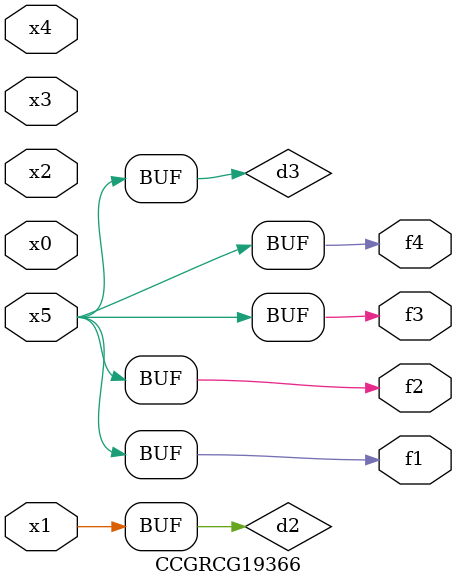
<source format=v>
module CCGRCG19366(
	input x0, x1, x2, x3, x4, x5,
	output f1, f2, f3, f4
);

	wire d1, d2, d3;

	not (d1, x5);
	or (d2, x1);
	xnor (d3, d1);
	assign f1 = d3;
	assign f2 = d3;
	assign f3 = d3;
	assign f4 = d3;
endmodule

</source>
